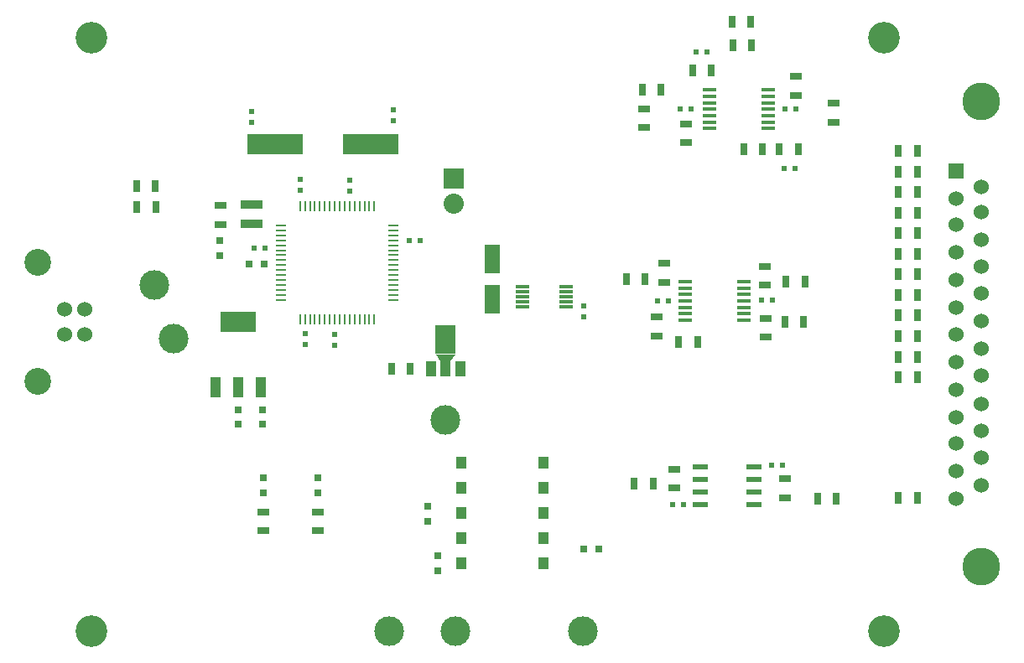
<source format=gbr>
G04 #@! TF.FileFunction,Soldermask,Top*
%FSLAX46Y46*%
G04 Gerber Fmt 4.6, Leading zero omitted, Abs format (unit mm)*
G04 Created by KiCad (PCBNEW 4.0.1-stable) date 08/04/2016 12:11:11*
%MOMM*%
G01*
G04 APERTURE LIST*
%ADD10C,0.100000*%
%ADD11R,1.000000X0.250000*%
%ADD12R,0.250000X1.000000*%
%ADD13C,3.000000*%
%ADD14R,0.750000X0.800000*%
%ADD15R,0.600000X0.500000*%
%ADD16R,0.800000X0.750000*%
%ADD17R,0.500000X0.600000*%
%ADD18R,1.501140X2.999740*%
%ADD19R,0.797560X0.797560*%
%ADD20R,2.300000X0.850000*%
%ADD21C,1.524000*%
%ADD22C,2.700020*%
%ADD23C,3.810000*%
%ADD24R,1.524000X1.524000*%
%ADD25R,0.700000X1.300000*%
%ADD26R,1.300000X0.700000*%
%ADD27C,3.200000*%
%ADD28R,3.657600X2.032000*%
%ADD29R,1.016000X2.032000*%
%ADD30R,1.000760X1.501140*%
%ADD31R,1.998980X2.999740*%
%ADD32R,1.100000X1.200000*%
%ADD33R,1.450000X0.450000*%
%ADD34R,1.550000X0.600000*%
%ADD35R,5.600700X2.100580*%
%ADD36R,2.032000X2.032000*%
%ADD37O,2.032000X2.032000*%
%ADD38R,1.400000X0.300000*%
G04 APERTURE END LIST*
D10*
D11*
X189100000Y-84000000D03*
X189100000Y-84500000D03*
X189100000Y-85000000D03*
X189100000Y-85500000D03*
X189100000Y-86000000D03*
X189100000Y-86500000D03*
X189100000Y-87000000D03*
X189100000Y-87500000D03*
X189100000Y-88000000D03*
X189100000Y-88500000D03*
X189100000Y-89000000D03*
X189100000Y-89500000D03*
X189100000Y-90000000D03*
X189100000Y-90500000D03*
X189100000Y-91000000D03*
X189100000Y-91500000D03*
D12*
X191050000Y-93450000D03*
X191550000Y-93450000D03*
X192050000Y-93450000D03*
X192550000Y-93450000D03*
X193050000Y-93450000D03*
X193550000Y-93450000D03*
X194050000Y-93450000D03*
X194550000Y-93450000D03*
X195050000Y-93450000D03*
X195550000Y-93450000D03*
X196050000Y-93450000D03*
X196550000Y-93450000D03*
X197050000Y-93450000D03*
X197550000Y-93450000D03*
X198050000Y-93450000D03*
X198550000Y-93450000D03*
D11*
X200500000Y-91500000D03*
X200500000Y-91000000D03*
X200500000Y-90500000D03*
X200500000Y-90000000D03*
X200500000Y-89500000D03*
X200500000Y-89000000D03*
X200500000Y-88500000D03*
X200500000Y-88000000D03*
X200500000Y-87500000D03*
X200500000Y-87000000D03*
X200500000Y-86500000D03*
X200500000Y-86000000D03*
X200500000Y-85500000D03*
X200500000Y-85000000D03*
X200500000Y-84500000D03*
X200500000Y-84000000D03*
D12*
X198550000Y-82050000D03*
X198050000Y-82050000D03*
X197550000Y-82050000D03*
X197050000Y-82050000D03*
X196550000Y-82050000D03*
X196050000Y-82050000D03*
X195550000Y-82050000D03*
X195050000Y-82050000D03*
X194550000Y-82050000D03*
X194050000Y-82050000D03*
X193550000Y-82050000D03*
X193050000Y-82050000D03*
X192550000Y-82050000D03*
X192050000Y-82050000D03*
X191550000Y-82050000D03*
X191050000Y-82050000D03*
D13*
X219575000Y-125000000D03*
X206700000Y-125000000D03*
X205725000Y-103625000D03*
X178275000Y-95450000D03*
X176375000Y-90000000D03*
D14*
X187225000Y-102600000D03*
X187225000Y-104100000D03*
X184800000Y-102600000D03*
X184800000Y-104100000D03*
D15*
X202100000Y-85500000D03*
X203200000Y-85500000D03*
D16*
X187425000Y-87875000D03*
X185925000Y-87875000D03*
D15*
X187475000Y-86325000D03*
X186375000Y-86325000D03*
D17*
X194550000Y-94975000D03*
X194550000Y-96075000D03*
X191550000Y-94950000D03*
X191550000Y-96050000D03*
X196050000Y-80550000D03*
X196050000Y-79450000D03*
X191050000Y-80450000D03*
X191050000Y-79350000D03*
D14*
X182975000Y-85525000D03*
X182975000Y-87025000D03*
D17*
X186150000Y-73575000D03*
X186150000Y-72475000D03*
X200450000Y-73450000D03*
X200450000Y-72350000D03*
X219700000Y-92125000D03*
X219700000Y-93225000D03*
D15*
X241025000Y-78250000D03*
X239925000Y-78250000D03*
X232125000Y-66500000D03*
X231025000Y-66500000D03*
X227175000Y-91625000D03*
X228275000Y-91625000D03*
X238700000Y-91550000D03*
X237600000Y-91550000D03*
X229425000Y-72250000D03*
X230525000Y-72250000D03*
X241125000Y-72250000D03*
X240025000Y-72250000D03*
X239750000Y-108250000D03*
X238650000Y-108250000D03*
X228650000Y-112175000D03*
X229750000Y-112175000D03*
D18*
X210500000Y-87426020D03*
X210500000Y-91423980D03*
D19*
X192850000Y-109476400D03*
X192850000Y-110975000D03*
D20*
X186125000Y-83800000D03*
X186140240Y-81850000D03*
D21*
X169274000Y-92460000D03*
X169274000Y-95000000D03*
X167275020Y-95000000D03*
X167275020Y-92460000D03*
D22*
X164575000Y-87730520D03*
X164575000Y-99729480D03*
D23*
X259820000Y-118495000D03*
X259820000Y-71505000D03*
D24*
X257280000Y-78490000D03*
D21*
X257280000Y-81284000D03*
X257280000Y-83951000D03*
X257280000Y-86745000D03*
X257280000Y-89539000D03*
X257280000Y-92333000D03*
X257280000Y-95000000D03*
X257280000Y-97794000D03*
X257280000Y-100588000D03*
X257280000Y-103382000D03*
X257280000Y-106049000D03*
X257280000Y-108843000D03*
X257280000Y-111637000D03*
X259820000Y-80064800D03*
X259820000Y-82604800D03*
X259820000Y-85398800D03*
X259820000Y-88142000D03*
X259820000Y-90885200D03*
X259820000Y-93679200D03*
X259820000Y-96422400D03*
X259820000Y-99165600D03*
X259820000Y-102010400D03*
X259820000Y-104702800D03*
X259820000Y-107446000D03*
X259820000Y-110240000D03*
D19*
X187350000Y-109476400D03*
X187350000Y-110975000D03*
D25*
X176450000Y-80025000D03*
X174550000Y-80025000D03*
X176475000Y-82175000D03*
X174575000Y-82175000D03*
X253350000Y-76500000D03*
X251450000Y-76500000D03*
X253350000Y-80650000D03*
X251450000Y-80650000D03*
X253350000Y-84800000D03*
X251450000Y-84800000D03*
X253350000Y-88950000D03*
X251450000Y-88950000D03*
X253350000Y-93100000D03*
X251450000Y-93100000D03*
X253350000Y-97250000D03*
X251450000Y-97250000D03*
X253350000Y-111475000D03*
X251450000Y-111475000D03*
X253350000Y-78575000D03*
X251450000Y-78575000D03*
X253350000Y-82725000D03*
X251450000Y-82725000D03*
X253350000Y-86875000D03*
X251450000Y-86875000D03*
X253350000Y-91025000D03*
X251450000Y-91025000D03*
X253350000Y-95175000D03*
X251450000Y-95175000D03*
X253350000Y-99325000D03*
X251450000Y-99325000D03*
X200275000Y-98450000D03*
X202175000Y-98450000D03*
D26*
X183000000Y-81975000D03*
X183000000Y-83875000D03*
X187350000Y-112950000D03*
X187350000Y-114850000D03*
X192850000Y-112950000D03*
X192850000Y-114850000D03*
X228800000Y-108600000D03*
X228800000Y-110500000D03*
D25*
X226675000Y-110100000D03*
X224775000Y-110100000D03*
D26*
X238000000Y-90025000D03*
X238000000Y-88125000D03*
X227050000Y-95150000D03*
X227050000Y-93250000D03*
D25*
X240100000Y-89700000D03*
X242000000Y-89700000D03*
X231175000Y-95800000D03*
X229275000Y-95800000D03*
X234675000Y-63450000D03*
X236575000Y-63450000D03*
X234750000Y-65800000D03*
X236650000Y-65800000D03*
X240000000Y-93725000D03*
X241900000Y-93725000D03*
X225900000Y-89400000D03*
X224000000Y-89400000D03*
X245175000Y-111575000D03*
X243275000Y-111575000D03*
D26*
X239975000Y-109600000D03*
X239975000Y-111500000D03*
X238100000Y-95275000D03*
X238100000Y-93375000D03*
X227800000Y-87850000D03*
X227800000Y-89750000D03*
D25*
X237725000Y-76275000D03*
X235825000Y-76275000D03*
X227500000Y-70300000D03*
X225600000Y-70300000D03*
X241350000Y-76275000D03*
X239450000Y-76275000D03*
X232575000Y-68350000D03*
X230675000Y-68350000D03*
D26*
X244925000Y-71650000D03*
X244925000Y-73550000D03*
X225800000Y-74100000D03*
X225800000Y-72200000D03*
X241100000Y-68950000D03*
X241100000Y-70850000D03*
X230000000Y-75650000D03*
X230000000Y-73750000D03*
D27*
X250000000Y-125000000D03*
X170000000Y-65000000D03*
X170000000Y-125000000D03*
X250000000Y-65000000D03*
D28*
X184800000Y-93723000D03*
D29*
X184800000Y-100327000D03*
X187086000Y-100327000D03*
X182514000Y-100327000D03*
D30*
X204248860Y-98476480D03*
X205750000Y-98476480D03*
X207251140Y-98476480D03*
D31*
X205750000Y-95525000D03*
D10*
G36*
X206750760Y-96999470D02*
X206250380Y-97748770D01*
X205249620Y-97748770D01*
X204749240Y-96999470D01*
X206750760Y-96999470D01*
X206750760Y-96999470D01*
G37*
D32*
X215600000Y-107970000D03*
X207300000Y-107970000D03*
X215600000Y-110510000D03*
X207300000Y-110510000D03*
X215600000Y-113050000D03*
X207300000Y-113050000D03*
X215600000Y-115590000D03*
X207300000Y-115590000D03*
X215600000Y-118130000D03*
X207300000Y-118130000D03*
D33*
X229975000Y-89675000D03*
X229975000Y-90325000D03*
X229975000Y-90975000D03*
X229975000Y-91625000D03*
X229975000Y-92275000D03*
X229975000Y-92925000D03*
X229975000Y-93575000D03*
X235875000Y-93575000D03*
X235875000Y-92925000D03*
X235875000Y-92275000D03*
X235875000Y-91625000D03*
X235875000Y-90975000D03*
X235875000Y-90325000D03*
X235875000Y-89675000D03*
D34*
X231500000Y-108370000D03*
X231500000Y-109640000D03*
X231500000Y-110910000D03*
X231500000Y-112180000D03*
X236900000Y-112180000D03*
X236900000Y-110910000D03*
X236900000Y-109640000D03*
X236900000Y-108370000D03*
D33*
X232400001Y-70300000D03*
X232400001Y-70950000D03*
X232400001Y-71600000D03*
X232400001Y-72250000D03*
X232400001Y-72900000D03*
X232400001Y-73550000D03*
X232400001Y-74200000D03*
X238300001Y-74200000D03*
X238300001Y-73550000D03*
X238300001Y-72900000D03*
X238300001Y-72250000D03*
X238300001Y-71600000D03*
X238300001Y-70950000D03*
X238300001Y-70300000D03*
D35*
X188526140Y-75825000D03*
X198223860Y-75825000D03*
D36*
X206525000Y-79235000D03*
D37*
X206525000Y-81775000D03*
D38*
X213475000Y-90200000D03*
X213475000Y-90700000D03*
X213475000Y-91200000D03*
X213475000Y-91700000D03*
X213475000Y-92200000D03*
X217875000Y-92200000D03*
X217875000Y-91700000D03*
X217875000Y-91200000D03*
X217875000Y-90700000D03*
X217875000Y-90200000D03*
D13*
X200075000Y-125000000D03*
D16*
X221225000Y-116650000D03*
X219725000Y-116650000D03*
D14*
X204975000Y-118900000D03*
X204975000Y-117400000D03*
X203975000Y-112400000D03*
X203975000Y-113900000D03*
M02*

</source>
